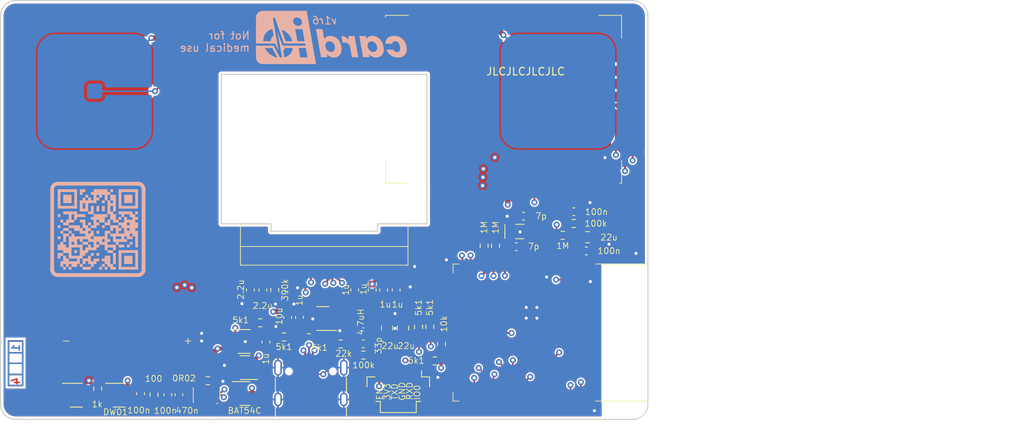
<source format=kicad_pcb>
(kicad_pcb (version 20221018) (generator pcbnew)
  (layers (0 "F.Cu" signal) (1 "In1.Cu" signal) (2 "In2.Cu" signal) (31 "B.Cu" signal) (34 "B.Paste" user) (35 "F.Paste" user) (36 "B.SilkS" user "B.Silkscreen") (37 "F.SilkS" user "F.Silkscreen") (38 "B.Mask" user) (39 "F.Mask" user) (44 "Edge.Cuts" user))
  (net 0 "")
  (net 1 "Net-(M1-ECG_L)")
  (net 2 "Net-(M1-ECG_R)")
  (net 3 "+BATT")
  (net 4 "+5V")
  (net 5 "+3V3")
  (net 6 "Net-(U3-FB)")
  (net 7 "/USB_D-")
  (net 8 "/USB_D+")
  (net 9 "Net-(BT1--)")
  (net 11 "GND")
  (net 12 "Net-(U1-C2P)")
  (net 13 "Net-(U1-C2N)")
  (net 14 "Net-(U1-C1P)")
  (net 15 "Net-(U1-C1N)")
  (net 17 "Net-(U3-SW)")
  (net 18 "GNDA")
  (net 19 "Net-(M1-MOSI)")
  (net 20 "Net-(M1-SCLK)")
  (net 22 "Net-(U1-IREF)")
  (net 23 "Net-(U1-VCOMH)")
  (net 24 "Net-(U1-VCC)")
  (net 25 "Net-(M1-MISO)")
  (net 26 "Net-(M1-~{DRDY})")
  (net 27 "/~{TOUCH}")
  (net 28 "/~{DISPLAY_CS}")
  (net 29 "Net-(U5-VCC)")
  (net 30 "/DISPLAY_D{slash}~{C}")
  (net 31 "/DISPLAY_SCK")
  (net 32 "Net-(U4-PROG)")
  (net 33 "/ECG_EN")
  (net 34 "/CHG_STAT")
  (net 35 "/VBUS_DETECT")
  (net 36 "Earth")
  (net 37 "Net-(U7-REG)")
  (net 38 "/BATT_SCL")
  (net 39 "/DISPLAY_MOSI")
  (net 40 "/EN")
  (net 41 "Net-(U2-IO15)")
  (net 42 "Net-(U2-IO16)")
  (net 43 "/ECG_CLK_EN")
  (net 44 "Net-(U5-VM)")
  (net 45 "Net-(U5-OD)")
  (net 46 "Net-(U5-OC)")
  (net 48 "Net-(U6-D-Pad2)")
  (net 49 "Net-(M1-RLD_OUT)")
  (net 50 "/BATT_SDA")
  (net 53 "VDD")
  (net 54 "Net-(J1-CC1)")
  (net 56 "Net-(J1-CC2)")
  (net 59 "/ECG_CS")
  (net 60 "/DISPLAY_RESET")
  (net 61 "Net-(J2-Pin_2)")
  (net 62 "Net-(J2-Pin_4)")
  (footprint "Resistor_SMD:R_0603_1608Metric" (layer "F.Cu") (at 114.1 87.3125 180)
    (fp_text reference "R14" hide)
    (fp_text value "5k1")
  )
  (footprint "Package_TO_SOT_SMD:SOT-23-6" (layer "F.Cu") (at 89.935 96.823125)
    (fp_text reference "U6" hide)
    (fp_text value "8205A" hide)
  )
  (footprint "Capacitor_SMD:C_0805_2012Metric" (layer "F.Cu") (at 157.075 76.075)
    (fp_text reference "C7" hide)
    (fp_text value "22u")
  )
  (footprint "Resistor_SMD:R_0603_1608Metric" (layer "F.Cu") (at 100.14 96.7575 -90)
    (fp_text reference "R6" hide)
    (fp_text value "100")
  )
  (footprint "Capacitor_SMD:C_0603_1608Metric" (layer "F.Cu") (at 103.41 96.76 -90)
    (fp_text reference "C22" hide)
    (fp_text value "470n")
  )
  (footprint "Resistor_SMD:R_0603_1608Metric" (layer "F.Cu") (at 155.275 74.275 180)
    (fp_text reference "R2" hide)
    (fp_text value "100k")
  )
  (footprint "Package_TO_SOT_SMD:SOT-23-5" (layer "F.Cu") (at 122.3125 86.75 180)
    (fp_text reference "U3" hide)
    (fp_text value "TLV62568PDRLT" hide)
  )
  (footprint "Resistor_SMD:R_0603_1608Metric" (layer "F.Cu") (at 124.65 90.1 180)
    (fp_text reference "R8" hide)
    (fp_text value "22k")
  )
  (footprint "Resistor_SMD:R_0603_1608Metric" (layer "F.Cu") (at 127.6375 91.555)
    (fp_text reference "R7" hide)
    (fp_text value "100k")
  )
  (footprint "Capacitor_SMD:C_0603_1608Metric" (layer "F.Cu") (at 98.385 96.623125 90)
    (fp_text reference "C14" hide)
    (fp_text value "100n")
  )
  (footprint "Capacitor_SMD:C_0603_1608Metric" (layer "F.Cu") (at 101.95 96.76 -90)
    (fp_text reference "C21" hide)
    (fp_text value "100n")
  )
  (footprint "Capacitor_SMD:C_0603_1608Metric" (layer "F.Cu") (at 156.925 77.875)
    (fp_text reference "C8" hide)
    (fp_text value "100n")
  )
  (footprint "Capacitor_SMD:C_0603_1608Metric" (layer "F.Cu") (at 130.3 83 -90)
    (fp_text reference "C2" hide)
    (fp_text value "1u")
  )
  (footprint "Capacitor_SMD:C_0603_1608Metric" (layer "F.Cu") (at 127.6375 90.08 180)
    (fp_text reference "C17" hide)
    (fp_text value "33p")
  )
  (footprint "Resistor_SMD:R_0603_1608Metric" (layer "F.Cu") (at 134.8875 87.85 -90)
    (fp_text reference "R9" hide)
    (fp_text value "5k1")
  )
  (footprint "main_board_parts:ESP32-S2-SOLO" (layer "F.Cu") (at 139.425 79.6 -90)
    (fp_text reference "U2" hide)
    (fp_text value "ESP32-S2-SOLO" hide)
  )
  (footprint "main_board_parts:SSD1306" (layer "F.Cu") (at 122.5 79.35)
    (fp_text reference "U1" hide)
    (fp_text value "SSD1306" hide)
  )
  (footprint "Resistor_SMD:R_0603_1608Metric" (layer "F.Cu") (at 145 77.2 -90)
    (fp_text reference "R5" hide)
    (fp_text value "1M")
  )
  (footprint "Capacitor_SMD:C_0603_1608Metric" (layer "F.Cu") (at 147.725 77.325 180)
    (fp_text reference "C13" hide)
    (fp_text value "7p")
  )
  (footprint "Capacitor_SMD:C_0603_1608Metric" (layer "F.Cu") (at 119.25 86.6 -90)
    (fp_text reference "C15" hide)
    (fp_text value "1u")
  )
  (footprint "Capacitor_SMD:C_0603_1608Metric" (layer "F.Cu") (at 117.7 86.6 -90)
    (fp_text reference "C16" hide)
    (fp_text value "10u")
  )
  (footprint "Capacitor_SMD:C_0603_1608Metric" (layer "F.Cu") (at 131.95 83 -90)
    (fp_text reference "C1" hide)
    (fp_text value "1u")
  )
  (footprint "main_board_parts:MAX17055" (layer "F.Cu") (at 107.05282 96.806875 90)
    (fp_text reference "U7" hide)
    (fp_text value "MAX17055" hide)
  )
  (footprint "Connector_Molex:Molex_Pico-Clasp_501331-0607_1x06-1MP_P1.00mm_Vertical" (layer "F.Cu") (at 132.225 95.675 180)
    (fp_text reference "J2" hide)
    (fp_text value "Conn_01x06_Pin" hide)
  )
  (footprint "Capacitor_SMD:C_0603_1608Metric" (layer "F.Cu") (at 128.8 83 90)
    (fp_text reference "C3" hide)
    (fp_text value "1u")
  )
  (footprint "Capacitor_SMD:C_0603_1608Metric" (layer "F.Cu") (at 155.275 72.725)
    (fp_text reference "C9" hide)
    (fp_text value "100n")
  )
  (footprint "main_board_parts:Battery_transplant" (layer "F.Cu") (at 96.8 47.2 180)
    (fp_text reference "BT1" hide)
    (fp_text value "Battery_Cell" hide)
  )
  (footprint "Capacitor_SMD:C_0603_1608Metric" (layer "F.Cu") (at 112.8 83 90)
    (fp_text reference "C6" hide)
    (fp_text value "2.2u")
  )
  (footprint "Resistor_SMD:R_0603_1608Metric" (layer "F.Cu") (at 117.225 89.175)
    (fp_text reference "R19" hide)
    (fp_text value "5k1")
  )
  (footprint "NetTie:NetTie-2_SMD_Pad2.0mm" (layer "F.Cu") (at 104.2 86.2 90)
    (fp_text reference "NT1" hide)
    (fp_text value "NetTie_2" hide)
  )
  (footprint "Package_TO_SOT_SMD:SOT-23-5" (layer "F.Cu") (at 111.975 89.7625)
    (fp_text reference "U4" hide)
    (fp_text value "MCP73832" hide)
  )
  (footprint "Capacitor_SMD:C_0603_1608Metric" (layer "F.Cu") (at 126.5 83 90)
    (fp_text reference "C4" hide)
    (fp_text value "1u")
  )
  (footprint "Resistor_SMD:R_0603_1608Metric" (layer "F.Cu") (at 116 83 -90)
    (fp_text reference "R1" hide)
    (fp_text value "390k")
  )
  (footprint "Crystal:Crystal_SMD_MicroCrystal_CC7V-T1A-2Pin_3.2x1.5mm" (layer "F.Cu") (at 148.175 75.325)
    (fp_text reference "Y1" hide)
    (fp_text value "SC32S-7PF20PPM" hide)
  )
  (footprint "Capacitor_SMD:C_0603_1608Metric" (layer "F.Cu") (at 114.45 83 90)
    (fp_text reference "C5" hide)
    (fp_text value "2.2u")
  )
  (footprint "main_board_parts:TYA40124R7M-10" (layer "F.Cu") (at 127.25 87.1 -90)
    (fp_text reference "L1" hide)
    (fp_text value "4.7uH")
  )
  (footprint "Resistor_SMD:R_0603_1608Metric" (layer "F.Cu") (at 137.025 92.325)
    (fp_text reference "R12" hide)
    (fp_text value "5k1")
  )
  (footprint "Resistor_SMD:R_0603_1608Metric" (layer "F.Cu") (at 120.475 89.275)
    (fp_text reference "R20" hide)
    (fp_text value "5k1")
  )
  (footprint "Resistor_SMD:R_0603_1608Metric" (layer "F.Cu") (at 136.3625 87.85 -90)
    (fp_text reference "R11" hide)
    (fp_text value "5k1")
  )
  (footprint "Package_TO_SOT_SMD:SOT-23" (layer "F.Cu") (at 112.1 93.2 180)
    (fp_text reference "Q3" hide)
    (fp_text value "NX3008PBK,215" hide)
  )
  (footprint "Capacitor_SMD:C_0603_1608Metric" (layer "F.Cu") (at 114.85 89.8375 90)
    (fp_text reference "C19" hide)
    (fp_text value "1u")
  )
  (footprint "Resistor_SMD:R_0603_1608Metric" (layer "F.Cu") (at 92.76 95.9475 90)
    (fp_text reference "R15" hide)
    (fp_text value "1k")
  )
  (footprint "Resistor_SMD:R_0603_1608Metric" (layer "F.Cu") (at 143.5 77.2 90)
    (fp_text reference "R4" hide)
    (fp_text value "1M")
  )
  (footprint "Capacitor_SMD:C_0805_2012Metric" (layer "F.Cu") (at 130.76 88 -90)
    (fp_text reference "C20" hide)
    (fp_text value "22u")
  )
  (footprint "main_board_parts:ECG-module_1lead" (layer "F.Cu") (at 130.8 68.7375)
    (fp_text reference "M1" hide)
    (fp_text value "~" hide)
  )
  (footprint "Resistor_SMD:R_0603_1608Metric" (layer "F.Cu") (at 153.825 75.825 180)
    (fp_text reference "R3" hide)
    (fp_text value "1M")
  )
  (footprint "Resistor_SMD:R_0603_1608Metric" (layer "F.Cu") (at 107.23 94.93 180)
    (fp_text reference "R18" hide)
    (fp_text value "0R02")
  )
  (footprint "Capacitor_SMD:C_0603_1608Metric" (layer "F.Cu") (at 148.675 73.325)
    (fp_text reference "C12" hide)
    (fp_text value "7p")
  )
  (footprint "Capacitor_SMD:C_0805_2012Metric" (layer "F.Cu") (at 132.85 88 -90)
    (fp_text reference "C18" hide)
    (fp_text value "22u")
  )
  (footprint "Resistor_SMD:R_0603_1608Metric" (layer "F.Cu") (at 137.9 90.1 90)
    (fp_text reference "R13" hide)
    (fp_text value "10k")
  )
  (footprint "Connector_USB:USB_C_Receptacle_GCT_USB4105-xx-A_16P_TopMnt_Horizontal" (layer "F.Cu") (at 120.75 96.305)
    (fp_text reference "J1" hide)
    (fp_text value "USB4105-GF-A-060")
  )
  (footprint "Package_TO_SOT_SMD:SOT-23-6" (layer "F.Cu") (at 95.585 96.823125)
    (fp_text reference "U5" hide)
    (fp_text value "DW01" hide)
  )
  (footprint "Package_TO_SOT_SMD:SOT-23" (layer "F.Cu") (at 112.1 96.6)
    (fp_text reference "D1" hide)
    (fp_text value "BAT54C")
  )
  (footprint "main_board_parts:logo" (layer "B.Cu") (at 121.52 50.82 180)
    (fp_text reference "G1" hide)
    (fp_text value "~" hide)
  )
  (footprint "main_board_parts:Electrode" (layer "B.Cu") (at 153.2 56.9 180)
    (fp_text reference "E1" hide)
    (fp_text value "~" hide)
  )
  (footprint "main_board_parts:SplitElectrode" (layer "B.Cu") (at 92.35 56.9)
    (fp_text reference "E2" hide)
    (fp_text value "~" hide)
  )
  (footprint "main_board_parts:website-qr" (layer "B.Cu") (at 92.775 75.05 180)
    (fp_text reference "QR1" hide)
    (fp_text value "SYM_Magnet_Large" hide)
  )
  (gr_line (start 82.9 91.25) (end 81.05 91.25) (stroke (width 0.2)) (layer "F.Cu"))
  (gr_rect (start 81.05 89.7) (end 82.9 95.55) (stroke (width 0.2)) (fill none) (layer "F.Cu"))
  (gr_line (start 82.9 94.1) (end 81.05 94.1) (stroke (width 0.2)) (layer "F.Cu"))
  (gr_line (start 82.9 92.625) (end 81.05 92.625) (stroke (width 0.2)) (layer "F.Cu"))
  (gr_line (start 82.9 92.625) (end 81.05 92.625) (stroke (width 0.2)) (layer "B.Cu"))
  (gr_line (start 82.9 94.1) (end 81.05 94.1) (stroke (width 0.2)) (layer "B.Cu"))
  (gr_rect (start 81.05 89.7) (end 82.9 95.55) (stroke (width 0.2)) (fill none) (layer "B.Cu"))
  (gr_line (start 82.9 91.25) (end 81.05 91.25) (stroke (width 0.2)) (layer "B.Cu"))
  (gr_arc locked (start 80 47) (mid 80.585786 45.585786) (end 82 45) (stroke (width 0.15)) (layer "Edge.Cuts"))
  (gr_arc locked (start 165 98) (mid 164.414214 99.414214) (end 163 100) (stroke (width 0.15)) (layer "Edge.Cuts"))
  (gr_line locked (start 129.5 74.3) (end 136 74.3) (stroke (width 0.15)) (layer "Edge.Cuts"))
  (gr_line locked (start 82 100) (end 163 100) (stroke (width 0.15)) (layer "Edge.Cuts"))
  (gr_line locked (start 82 45) (end 163 45) (stroke (width 0.15)) (layer "Edge.Cuts"))
  (gr_line locked (start 80 98) (end 80 47) (stroke (width 0.15)) (layer "Edge.Cuts"))
  (gr_line locked (start 136 54.7) (end 136 74.3) (stroke (width 0.15)) (layer "Edge.Cuts"))
  (gr_arc locked (start 163 45) (mid 164.414214 45.585786) (end 165 47) (stroke (width 0.15)) (layer "Edge.Cuts"))
  (gr_line locked (start 115.5 74.3) (end 115.5 75.3) (stroke (width 0.15)) (layer "Edge.Cuts"))
  (gr_line locked (start 115.5 74.3) (end 109 74.3) (stroke (width 0.15)) (layer "Edge.Cuts"))
  (gr_line locked (start 109 54.7) (end 109 74.3) (stroke (width 0.15)) (layer "Edge.Cuts"))
  (gr_line locked (start 109 54.7) (end 136 54.7) (stroke (width 0.15)) (layer "Edge.Cuts"))
  (gr_line locked (start 129.5 75.3) (end 129.5 74.3) (stroke (width 0.15)) (layer "Edge.Cuts"))
  (gr_arc locked (start 82 100) (mid 80.585786 99.414214) (end 80 98) (stroke (width 0.15)) (layer "Edge.Cuts"))
  (gr_line locked (start 165 47) (end 165 98) (stroke (width 0.15)) (layer "Edge.Cuts"))
  (gr_line locked (start 115.5 75.3) (end 129.5 75.3) (stroke (width 0.15)) (layer "Edge.Cuts"))
  (gr_text "4" (at 82.6 94.35 90) (layer "F.Cu") (effects (font (size 1 1) (thickness 0.2) bold) (justify left bottom mirror)))
  (gr_text "1" (at 82.6 90 90) (layer "B.Cu") (effects (font (size 1 1) (thickness 0.2) bold) (justify left bottom mirror)))
  (gr_text "Not for\nmedical use" (at 112.82 51.79) (layer "B.SilkS") (effects (font (size 1 1)) (justify left bottom mirror)))
  (gr_text "v1r6" (at 124.33 48.2) (layer "B.SilkS") (effects (font (size 1 1) (thickness 0.15) italic) (justify left bottom mirror)))
  (gr_text "3V3" (at 131.235 97.525 90) (layer "F.SilkS") (effects (font (size 0.8 0.8) (thickness 0.1)) (justify left bottom)))
  (gr_text "RXD" (at 134.19 97.525 90) (layer "F.SilkS") (effects (font (size 0.8 0.8) (thickness 0.1)) (justify left bottom)))
  (gr_text "EN" (at 130.25 97.525 90) (layer "F.SilkS") (effects (font (size 0.8 0.8) (thickness 0.1)) (justify left bottom)))
  (gr_text "JLCJLCJLCJLC" (at 143.7 54.9) (layer "F.SilkS") (effects (font (size 1 1)) (justify left bottom)))
  (gr_text "TXD" (at 132.22 97.525 90) (layer "F.SilkS") (effects (font (size 0.8 0.8) (thickness 0.1)) (justify left bottom)))
  (gr_text "DW01" (at 93.4 99.5) (layer "F.SilkS") (effects (font (size 0.8 0.8) (thickness 0.1)) (justify left bottom)))
  (gr_text "GND" (at 133.2 97.6 90) (layer "F.SilkS") (effects (font (size 0.8 0.8) (thickness 0.1)) (justify left bottom)))
  (gr_text "IO0" (at 135.175 97.525 90) (layer "F.SilkS") (effects (font (size 0.8 0.8) (thickness 0.1)) (justify left bottom)))
  (segment (start 144.7125 48.2125) (end 131.025 48.2125) (width 0.7) (layer "F.Cu") (net 1))
  (segment (start 146.025 49.525) (end 144.7125 48.2125) (width 0.7) (layer "F.Cu") (net 1))
  (via (at 146.025 49.525) (size 0.8) (drill 0.4) (layers "F.Cu" "B.Cu") (net 1))
  (segment (start 146.025 49.525) (end 149.8 53.3) (width 0.25) (layer "B.Cu") (net 1))
  (segment (start 99.8 49.9125) (end 130.975 49.9125) (width 0.7) (layer "F.Cu") (net 2))
  (via (at 99.8 49.9125) (size 0.8) (drill 0.4) (layers "F.Cu" "B.Cu") (net 2))
  (segment (start 99.8 49.9125) (end 96.4125 53.3) (width 0.25) (layer "B.Cu") (net 2))
  (segment (start 101.97 95.965) (end 101.97 92.994432) (width 0.5) (layer "F.Cu") (net 3))
  (segment (start 100.2 95.845) (end 101.8975 95.845) (width 0.5) (layer "F.Cu") (net 3))
  (segment (start 110.9375 90.7125) (end 111.1125 90.8875) (width 0.5) (layer "F.Cu") (net 3))
  (segment (start 108.5 90.7) (end 110.8125 90.7) (width 0.5) (layer "F.Cu") (net 3))
  (segment (start 146.6 71.8) (end 146.6 69.1625) (width 0.7) (layer "F.Cu") (net 3))
  (segment (start 101.97 95.8975) (end 102.8575 96.785) (width 0.2) (layer "F.Cu") (net 3))
  (segment (start 102.8575 96.785) (end 104.11 96.785) (width 0.2) (layer "F.Cu") (net 3))
  (segment (start 111.1125 90.8875) (end 111.1125 93.2) (width 0.5) (layer "F.Cu") (net 3))
  (segment (start 108.5 90.7) (end 107.4875 91.7125) (width 0.7) (layer "F.Cu") (net 3))
  (segment (start 104.931875 97.606875) (end 105.82782 97.606875) (width 0.2) (layer "F.Cu") (net 3))
  (segment (start 129.15 79.35) (end 129.15 81.875) (width 0.4) (layer "F.Cu") (net 3))
  (segment (start 129.15 81.875) (end 128.8 82.225) (width 0.4) (layer "F.Cu") (net 3))
  (segment (start 111.1125 93.2) (end 111.1125 95.6) (width 0.5) (layer "F.Cu") (net 3))
  (segment (start 104.11 96.785) (end 104.931875 97.606875) (width 0.2) (layer "F.Cu") (net 3))
  (via (at 146.6 71.8) (size 0.8) (drill 0.4) (layers "F.Cu" "B.Cu") (net 3))
  (via (at 108.5 90.7) (size 0.8) (drill 0.4) (layers "F.Cu" "B.Cu") (net 3))
  (via (at 128.8 82.225) (size 0.8) (drill 0.4) (layers "F.Cu" "B.Cu") (net 3))
  (segment (start 118.35 91.719239) (end 118.35 92.625) (width 0.5) (layer "F.Cu") (net 4))
  (segment (start 117.856881 91.226119) (end 118.35 91.719239) (width 0.5) (layer "F.Cu") (net 4))
  (segment (start 114.35 94.85) (end 113.65 94.15) (width 0.5) (layer "F.Cu") (net 4))
  (segment (start 118.35 93.3) (end 119.125 94.075) (width 0.2) (layer "F.Cu") (net 4))
  (segment (start 114.76 90.6125) (end 114.76 92.84) (width 0.5) (layer "F.Cu") (net 4))
  (segment (start 119.125 94.075) (end 122.375 94.075) (width 0.2) (layer "F.Cu") (net 4))
  (segment (start 114.35 96.873528) (end 114.35 94.85) (width 0.5) (layer "F.Cu") (net 4))
  (segment (start 117.243262 90.6125) (end 117.856881 91.226119) (width 0.7) (layer "F.Cu") (net 4))
  (segment (start 133.15 92.25) (end 136.125 92.25) (width 0.25) (layer "F.Cu") (net 4))
  (segment (start 123.15 93.3) (end 123.15 92.625) (width 0.2) (layer "F.Cu") (net 4))
  (segment (start 118.35 92.625) (end 118.35 93.3) (width 0.2) (layer "F.Cu") (net 4))
  (segment (start 122.375 94.075) (end 123.15 93.3) (width 0.2) (layer "F.Cu") (net 4))
  (segment (start 113.45 94.15) (end 114.76 92.84) (width 0.5) (layer "F.Cu") (net 4))
  (segment (start 114.76 90.6125) (end 117.243262 90.6125) (width 0.7) (layer "F.Cu") (net 4))
  (segment (start 113.65 94.15) (end 113.0375 94.15) (width 0.5) (layer "F.Cu") (net 4))
  (segment (start 113.673528 97.55) (end 114.35 96.873528) (width 0.5) (layer "F.Cu") (net 4))
  (segment (start 113.2 90.7) (end 114.85 90.7) (width 0.5) (layer "F.Cu") (net 4))
  (segment (start 111.1625 97.55) (end 113.673528 97.55) (width 0.5) (layer "F.Cu") (net 4))
  (via (at 133.15 92.25) (size 0.8) (drill 0.4) (layers "F.Cu" "B.Cu") (net 4))
  (via (at 122.375 94.075) (size 0.8) (drill 0.4) (layers "F.Cu" "B.Cu") (net 4))
  (segment (start 139.225 77.2) (end 137.285 79.14) (width 0.25) (layer "F.Cu") (net 5))
  (segment (start 127.05 79.35) (end 127.05 81.775) (width 0.25) (layer "F.Cu") (net 5))
  (segment (start 130.725 93.8175) (end 128.4625 91.555) (width 0.25) (layer "F.Cu") (net 5))
  (segment (start 127.425 83.05) (end 127.425 84.725) (width 0.5) (layer "F.Cu") (net 5))
  (segment (start 160.2 71.25) (end 157.175 74.275) (width 0.7) (layer "F.Cu") (net 5))
  (segment (start 128.5 91.545) (end 128.5 90.08) (width 0.25) (layer "F.Cu") (net 5))
  (segment (start 134.8875 87.025) (end 136.3625 87.025) (width 0.25) (layer "F.Cu") (net 5))
  (segment (start 127.425 84.725) (end 128.7 86) (width 0.5) (layer "F.Cu") (net 5))
  (segment (start 160.2 69.1125) (end 160.2 71.25) (width 0.7) (layer "F.Cu") (net 5))
  (segment (start 139.225 77.2) (end 144.125 77.2) (width 0.25) (layer "F.Cu") (net 5))
  (segment (start 127.05 81.775) (end 126.6 82.225) (width 0.25) (layer "F.Cu") (net 5))
  (segment (start 134.925 87.05) (end 132.85 87.05) (width 0.25) (layer "F.Cu") (net 5))
  (segment (start 137.285 79.14) (end 137.285 81.615) (width 0.25) (layer "F.Cu") (net 5))
  (segment (start 154.65 75.825) (end 155.875 75.825) (width 0.25) (layer "F.Cu") (net 5))
  (segment (start 137.285 81.615) (end 139.675 81.615) (width 0.7) (layer "F.Cu") (net 5))
  (segment (start 132.85 87.05) (end 132.85 86.05) (width 0.7) (layer "F.Cu") (net 5))
  (segment (start 156.125 81.65) (end 156.125 74.7) (width 0.7) (layer "F.Cu") (net 5))
  (segment (start 157.175 74.275) (end 156.1 74.275) (width 0.7) (layer "F.Cu") (net 5))
  (segment (start 155.125 82.65) (end 156.125 81.65) (width 0.7) (layer "F.Cu") (net 5))
  (segment (start 142.175 82.65) (end 155.125 82.65) (width 0.7) (layer "F.Cu") (net 5))
  (segment (start 141.14 81.615) (end 142.175 82.65) (width 0.7) (layer "F.Cu") (net 5))
  (segment (start 128.23 88.87) (end 128.7 88.4) (width 0.25) (layer "F.Cu") (net 5))
  (segment (start 132.85 86.05) (end 137.285 81.615) (width 0.7) (layer "F.Cu") (net 5))
  (segment (start 126.6 82.225) (end 127.425 83.05) (width 0.5) (layer "F.Cu") (net 5))
  (segment (start 139.675 81.615) (end 141.14 81.615) (width 0.7) (layer "F.Cu") (net 5))
  (segment (start 132.85 87.05) (end 130.7 87.05) (width 0.7) (layer "F.Cu") (net 5))
  (segment (start 144.125 77.2) (end 145 76.325) (width 0.25) (layer "F.Cu") (net 5))
  (segment (start 128.23 90.08) (end 128.23 88.87) (width 0.25) (layer "F.Cu") (net 5))
  (segment (start 124.05 88.875) (end 125.255 90.08) (width 0.2) (layer "F.Cu") (net 6))
  (segment (start 121.5 87.7) (end 122.675 88.875) (width 0.2) (layer "F.Cu") (net 6))
  (segment (start 122.675 88.875) (end 124.05 88.875) (width 0.2) (layer "F.Cu") (net 6))
  (segment (start 125.255 90.08) (end 126.8625 90.08) (width 0.2) (layer "F.Cu") (net 6))
  (segment (start 126.7675 90.0875) (end 126.7675 91.4525) (width 0.25) (layer "F.Cu") (net 6))
  (segment (start 121 91.1745) (end 121 92.625) (width 0.25) (layer "F.Cu") (net 7))
  (segment (start 120 91.1495) (end 120 92.625) (width 0.25) (layer "F.Cu") (net 7))
  (segment (start 119.7755 90.925) (end 120 91.1495) (width 0.25) (layer "F.Cu") (net 7))
  (segment (start 141.722 78.45) (end 141.722 79.030849) (width 0.25) (layer "F.Cu") (net 7))
  (segment (start 141.722 79.030849) (end 142.195 79.503849) (width 0.25) (layer "F.Cu") (net 7))
  (segment (start 121.2245 90.95) (end 121 91.1745) (width 0.25) (layer "F.Cu") (net 7))
  (via (at 141.722 78.45) (size 0.8) (drill 0.4) (layers "F.Cu" "B.Cu") (net 7))
  (via (at 119.7755 90.925) (size 0.8) (drill 0.4) (layers "F.Cu" "B.Cu") (net 7))
  (via (at 121.2245 90.95) (size 0.8) (drill 0.4) (layers "F.Cu" "B.Cu") (net 7))
  (segment (start 140.625 78.5215) (end 140.625 79.325) (width 0.25) (layer "F.Cu") (net 8))
  (segment (start 120.5 93.35) (end 120.8 93.65) (width 0.25) (layer "F.Cu") (net 8))
  (segment (start 121.5 93.5) (end 121.5 92.625) (width 0.25) (layer "F.Cu") (net 8))
  (segment (start 120.5 90.237376) (end 120.5 92.625) (width 0.25) (layer "F.Cu") (net 8))
  (segment (start 121.35 93.65) (end 121.5 93.5) (width 0.25) (layer "F.Cu") (net 8))
  (segment (start 120.8 93.65) (end 121.35 93.65) (width 0.25) (layer "F.Cu") (net 8))
  (segment (start 120.5 92.625) (end 120.5 93.35) (width 0.25) (layer "F.Cu") (net 8))
  (segment (start 120.511876 90.2255) (end 120.5 90.237376) (width 0.25) (layer "F.Cu") (net 8))
  (segment (start 140.579 78.4755) (end 140.625 78.5215) (width 0.25) (layer "F.Cu") (net 8))
  (via (at 120.511876 90.2255) (size 0.8) (drill 0.4) (layers "F.Cu" "B.Cu") (net 8))
  (via (at 140.579 78.4755) (size 0.8) (drill 0.4) (layers "F.Cu" "B.Cu") (net 8))
  (segment (start 96.686875 94.9) (end 96.686875 95.775) (width 0.5) (layer "F.Cu") (net 9))
  (segment (start 96.686875 95.775) (end 96.76 95.848125) (width 0.5) (layer "F.Cu") (net 9))
  (segment (start 96.7225 95.873125) (end 98.36 95.873125) (width 0.25) (layer "F.Cu") (net 9))
  (via (at 96.686875 94.9) (size 0.8) (drill 0.4) (layers "F.Cu" "B.Cu") (net 9))
  (via (at 91.6 94.9) (size 0.8) (drill 0.4) (layers "F.Cu" "B.Cu") (net 9))
  (segment (start 122.3375 85.4375) (end 122.3375 86.202031) (width 0.5) (layer "F.Cu") (net 11))
  (segment (start 137.9 89.275) (end 139.635 89.275) (width 0.25) (layer "F.Cu") (net 11))
  (segment (start 108.055 95.984055) (end 108.07782 96.006875) (width 0.2) (layer "F.Cu") (net 11))
  (segment (start 122.3375 86.202031) (end 122.885469 86.75) (width 0.5) (layer "F.Cu") (net 11))
  (segment (start 124.550498 88.350498) (end 124.6 88.300996) (width 0.5) (layer "F.Cu") (net 11))
  (segment (start 118.515052 84.8505) (end 121.7505 84.8505) (width 0.5) (layer "F.Cu") (net 11))
  (segment (start 124.6 88.300996) (end 124.6 87.2) (width 0.5) (layer "F.Cu") (net 11))
  (segment (start 122.885469 86.75) (end 123.45 86.75) (width 0.5) (layer "F.Cu") (net 11))
  (segment (start 124.15 86.75) (end 123.45 86.75) (width 0.5) (layer "F.Cu") (net 11))
  (segment (start 124.6 87.2) (end 124.15 86.75) (width 0.5) (layer "F.Cu") (net 11))
  (segment (start 121.7505 84.8505) (end 122.3375 85.4375) (width 0.5) (layer "F.Cu") (net 11))
  (segment (start 108.055 95.084055) (end 108.055 95.984055) (width 0.2) (layer "F.Cu") (net 11))
  (via (at 112.1375 89.7875) (size 0.8) (drill 0.4) (layers "F.Cu" "B.Cu") (net 11))
  (via (at 134.375 79.925) (size 0.8) (drill 0.4) (layers "F.Cu" "B.Cu") (net 11))
  (via (at 159.375 65.625) (size 0.8) (drill 0.4) (layers "F.Cu" "B.Cu") (net 11))
  (via (at 149.025 85.3) (size 0.8) (drill 0.4) (layers "F.Cu" "B.Cu") (net 11))
  (via (at 159.9 77) (size 0.8) (drill 0.4) (layers "F.Cu" "B.Cu") (net 11))
  (via (at 124.550498 88.350498) (size 0.8) (drill 0.4) (layers "F.Cu" "B.Cu") (net 11))
  (via (at 119 82.725) (size 0.8) (drill 0.4) (layers "F.Cu" "B.Cu") (net 11))
  (via (at 121 86.7995) (size 0.8) (drill 0.4) (layers "F.Cu" "B.Cu") (net 11))
  (via (at 116.15 87.8) (size 0.8) (drill 0.4) (layers "F.Cu" "B.Cu") (net 11))
  (via (at 146.525 73.325) (size 0.8) (drill 0.4) (layers "F.Cu" "B.Cu") (net 11))
  (via (at 150.425 85.3) (size 0.8) (drill 0.4) (layers "F.Cu" "B.Cu") (net 11))
  (via (at 106.4 89.7) (size 0.8) (drill 0.4) (layers "F.Cu" "B.Cu") (net 11))
  (via (at 109.4 92.9) (size 0.8) (drill 0.4) (layers "F.Cu" "B.Cu") (net 11))
  (via (at 157.45 81.9) (size 0.8) (drill 0.4) (layers "F.Cu" "B.Cu") (net 11))
  (via (at 111.7 84.8) (size 0.8) (drill 0.4) (layers "F.Cu" "B.Cu") (net 11))
  (via (at 118.515052 84.8505) (size 0.8) (drill 0.4) (layers "F.Cu" "B.Cu") (net 11))
  (via (at 157.4 71.525) (size 0.8) (drill 0.4) (layers "F.Cu" "B.Cu") (net 11))
  (via (at 149.025 86.7) (size 0.8) (drill 0.4) (layers "F.Cu" "B.Cu") (net 11))
  (via (at 106.4 88.7) (size 0.8) (drill 0.4) (layers "F.Cu" "B.Cu") (net 11))
  (via (at 133.8 82.6) (size 0.8) (drill 0.4) (layers "F.Cu" "B.Cu") (net 11))
  (via (at 150.425 86.7) (size 0.8) (drill 0.4) (layers "F.Cu" "B.Cu") (net 11))
  (via (at 131.8 88.05) (size 0.8) (drill 0.4) (layers "F.Cu" "B.Cu") (net 11))
  (via (at 138.55 79.05) (size 0.8) (drill 0.4) (layers "F.Cu" "B.Cu") (net 11))
  (via (at 151.7 81.3005) (size 0.8) (drill 0.4) (layers "F.Cu" "B.Cu") (net 11))
  (via (at 109.2 95) (size 0.8) (drill 0.4) (layers "F.Cu" "B.Cu") (net 11))
  (via (at 148.225 75.375) (size 0.8) (drill 0.4) (layers "F.Cu" "B.Cu") (net 11))
  (via (at 116.1 84.8505) (size 0.8) (drill 0.4) (layers "F.Cu" "B.Cu") (net 11))
  (via (at 131.8 86.1) (size 0.8) (drill 0.4) (layers "F.Cu" "B.Cu") (net 11))
  (via (at 137.425 94.475) (size 0.8) (drill 0.4) (layers "F.Cu" "B.Cu") (net 11))
  (via (at 157.978 98.857) (size 0.8) (drill 0.4) (layers "F.Cu" "B.Cu") (net 11))
  (via (at 163.45 78.2) (size 0.8) (drill 0.4) (layers "F.Cu" "B.Cu") (net 11))
  (segment (start 132.427817 81.45) (end 132.75 81.772183) (width 0.25) (layer "F.Cu") (net 12))
  (segment (start 131.95 81.075) (end 132.325 81.45) (width 0.25) (layer "F.Cu") (net 12))
  (segment (start 132.325 81.45) (end 132.427817 81.45) (width 0.25) (layer "F.Cu") (net 12))
  (segment (start 132.75 82.825) (end 131.8 83.775) (width 0.25) (layer "F.Cu") (net 12))
  (segment (start 131.95 79.35) (end 131.95 81.075) (width 0.25) (layer "F.Cu") (net 12))
  (segment (start 132.75 81.772183) (end 132.75 82.825) (width 0.25) (layer "F.Cu") (net 12))
  (segment (start 131.25 79.35) (end 131.25 81.1) (width 0.25) (layer "F.Cu") (net 13))
  (segment (start 131.8 81.65) (end 131.8 82.225) (width 0.25) (layer "F.Cu") (net 13))
  (segment (start 131.25 81.1) (end 131.8 81.65) (width 0.25) (layer "F.Cu") (net 13))
  (segment (start 131.1 81.65) (end 130.55 81.1) (width 0.25) (layer "F.Cu") (net 14))
  (segment (start 130.3 83.775) (end 131.1 82.975) (width 0.25) (layer "F.Cu") (net 14))
  (segment (start 131.1 82.975) (end 131.1 81.65) (width 0.25) (layer "F.Cu") (net 14))
  (segment (start 130.55 81.1) (end 130.55 79.35) (width 0.25) (layer "F.Cu") (net 14))
  (segment (start 129.85 79.35) (end 129.85 81.925) (width 0.25) (layer "F.Cu") (net 15))
  (segment (start 129.85 81.925) (end 130.15 82.225) (width 0.25) (layer "F.Cu") (net 15))
  (via (at 104.175 82.35) (size 0.8) (drill 0.4) (layers "F.Cu" "B.Cu") (net 18))
  (via (at 105.1 82.7) (size 0.8) (drill 0.4) (layers "F.Cu" "B.Cu") (net 18))
  (via (at 103.15 82.675) (size 0.8) (drill 0.4) (layers "F.Cu" "B.Cu") (net 18))
  (via (at 143.4 67.1) (size 0.8) (drill 0.4) (layers "F.Cu" "B.Cu") (net 18))
  (via (at 143.35 68.2) (size 0.8) (drill 0.4) (layers "F.Cu" "B.Cu") (net 18))
  (via (at 143.3 69.3) (size 0.8) (drill 0.4) (layers "F.Cu" "B.Cu") (net 18))
  (via (at 144.9 65.6) (size 0.8) (drill 0.4) (layers "F.Cu" "B.Cu") (net 18))
  (segment (start 149.95 77.85) (end 150.575 77.225) (width 0.25) (layer "F.Cu") (net 19))
  (segment (start 149.95 79.715) (end 149.95 77.85) (width 0.25) (layer "F.Cu") (net 19))
  (segment (start 150.575 77.225) (end 150.575 72.725) (width 0.25) (layer "F.Cu") (net 19))
  (segment (start 150.575 72.725) (end 151.675 71.625) (width 0.25) (layer "F.Cu") (net 19))
  (segment (start 151.675 71.625) (end 151.675 69.1375) (width 0.25) (layer "F.Cu") (net 19))
  (segment (start 151.085 73.44) (end 153.4 71.125) (width 0.25) (layer "F.Cu") (net 20))
  (segment (start 151.085 80.35) (end 151.085 73.44) (width 0.25) (layer "F.Cu") (net 20))
  (segment (start 153.4 71.125) (end 153.4 69.1125) (width 0.25) (layer "F.Cu") (net 20))
  (segment (start 115.15 81.325) (end 116 82.175) (width 0.25) (layer "F.Cu") (net 22))
  (segment (start 115.15 79.35) (end 115.15 81.325) (width 0.25) (layer "F.Cu") (net 22))
  (segment (start 114.45 79.35) (end 114.45 82.225) (width 0.25) (layer "F.Cu") (net 23))
  (segment (start 113.75 81.275) (end 112.8 82.225) (width 0.25) (layer "F.Cu") (net 24))
  (segment (start 113.75 79.35) (end 113.75 81.275) (width 0.25) (layer "F.Cu") (net 24))
  (segment (start 152.355 77.705) (end 151.775 77.125) (width 0.25) (layer "F.Cu") (net 25))
  (segment (start 152.355 80.35) (end 152.355 77.705) (width 0.25) (layer "F.Cu") (net 25))
  (segment (start 155.15 70.185787) (end 155.15 68.1375) (width 0.25) (layer "F.Cu") (net 25))
  (segment (start 151.775 73.560787) (end 155.15 70.185787) (width 0.25) (layer "F.Cu") (net 25))
  (segment (start 151.775 77.125) (end 151.775 73.560787) (width 0.25) (layer "F.Cu") (net 25))
  (segment (start 153.625 80.35) (end 153.625 78.067462) (width 0.25) (layer "F.Cu") (net 26))
  (segment (start 152.275 76.717462) (end 152.275 73.697183) (width 0.25) (layer "F.Cu") (net 26))
  (segment (start 155.072183 70.9) (end 155.275 70.9) (width 0.25) (layer "F.Cu") (net 26))
  (segment (start 155.275 70.9) (end 156.85 69.325) (width 0.25) (layer "F.Cu") (net 26))
  (segment (start 153.625 78.067462) (end 152.275 76.717462) (width 0.25) (layer "F.Cu") (net 26))
  (segment (start 152.275 73.697183) (end 155.072183 70.9) (width 0.25) (layer "F.Cu") (net 26))
  (segment (start 156.2 95.1) (end 156.2 97.815) (width 0.25) (layer "F.Cu") (net 27))
  (segment (start 163 66) (end 163 55.418261) (width 0.25) (layer "F.Cu") (net 27))
  (segment (start 163 55.418261) (end 161.819239 54.2375) (width 0.25) (layer "F.Cu") (net 27))
  (via (at 156.2 95.1) (size 0.8) (drill 0.4) (layers "F.Cu" "B.Cu") (net 27))
  (via (at 163 66) (size 0.8) (drill 0.4) (layers "F.Cu" "B.Cu") (net 27))
  (segment (start 124.833372 82.04091) (end 124.25 81.457538) (width 0.25) (layer "F.Cu") (net 28))
  (segment (start 124.25 81.457538) (end 124.25 79.35) (width 0.25) (layer "F.Cu") (net 28))
  (segment (start 124.833372 82.073469) (end 124.833372 82.04091) (width 0.25) (layer "F.Cu") (net 28))
  (segment (start 143.465 80.835) (end 143.465 79.85) (width 0.25) (layer "F.Cu") (net 28))
  (segment (start 143.15 81.15) (end 143.465 80.835) (width 0.25) (layer "F.Cu") (net 28))
  (via (at 143.15 81.15) (size 0.8) (drill 0.4) (layers "F.Cu" "B.Cu") (net 28))
  (via (at 124.833372 82.073469) (size 0.8) (drill 0.4) (layers "F.Cu" "B.Cu") (net 28))
  (segment (start 100.1175 97.5875) (end 98.574375 97.5875) (width 0.25) (layer "F.Cu") (net 29))
  (segment (start 97.123125 96.823125) (end 97.698125 97.398125) (width 0.25) (layer "F.Cu") (net 29))
  (segment (start 97.698125 97.398125) (end 98.385 97.398125) (width 0.25) (layer "F.Cu") (net 29))
  (segment (start 146.005 78.98) (end 146.005 79.85) (width 0.25) (layer "F.Cu") (net 30))
  (segment (start 146.225 81.125) (end 146.225 80.07) (width 0.25) (layer "F.Cu") (net 30))
  (segment (start 145 77.975) (end 146.005 78.98) (width 0.25) (layer "F.Cu") (net 30))
  (segment (start 122.625118 82.184448) (end 122.9 81.909566) (width 0.25) (layer "F.Cu") (net 30))
  (segment (start 122.9 81.909566) (end 122.9 79.4) (width 0.25) (layer "F.Cu") (net 30))
  (via (at 146.225 81.125) (size 0.8) (drill 0.4) (layers "F.Cu" "B.Cu") (net 30))
  (via (at 122.625118 82.184448) (size 0.8) (drill 0.4) (layers "F.Cu" "B.Cu") (net 30))
  (segment (start 120.768245 82) (end 120.75 81.981755) (width 0.25) (layer "F.Cu") (net 31))
  (segment (start 147.275 92.225) (end 147.275 97.35) (width 0.2) (layer "F.Cu") (net 31))
  (segment (start 120.75 81.981755) (end 120.75 79.35) (width 0.25) (layer "F.Cu") (net 31))
  (via (at 120.768245 82) (size 0.8) (drill 0.4) (layers "F.Cu" "B.Cu") (net 31))
  (via (at 147.275 92.225) (size 0.8) (drill 0.4) (layers "F.Cu" "B.Cu") (net 31))
  (segment (start 113.275 87.3125) (end 113.275 88.65) (width 0.5) (layer "F.Cu") (net 32))
  (segment (start 113.275 88.65) (end 113.1125 88.8125) (width 0.5) (layer "F.Cu") (net 32))
  (segment (start 158.675 58.231739) (end 159.055761 58.6125) (width 0.25) (layer "F.Cu") (net 33))
  (segment (start 151.085 93.465) (end 151.085 97.35) (width 0.25) (layer "F.Cu") (net 33))
  (segment (start 159.9375 58.6125) (end 160.8 59.475) (width 0.25) (layer "F.Cu") (net 33))
  (segment (start 153.35 91.2) (end 151.085 93.465) (width 0.25) (layer "F.Cu") (net 33))
  (segment (start 160.8 59.475) (end 160.8 65.275) (width 0.25) (layer "F.Cu") (net 33))
  (segment (start 159.055761 58.6125) (end 159.9375 58.6125) (width 0.25) (layer "F.Cu") (net 33))
  (segment (start 159.780761 55.9375) (end 158.675 57.043261) (width 0.25) (layer "F.Cu") (net 33))
  (segment (start 158.675 57.043261) (end 158.675 58.231739) (width 0.25) (layer "F.Cu") (net 33))
  (via (at 160.8 65.275) (size 0.8) (drill 0.4) (layers "F.Cu" "B.Cu") (net 33))
  (via (at 153.35 91.2) (size 0.8) (drill 0.4) (layers "F.Cu" "B.Cu") (net 33))
  (segment (start 144.85 94.075) (end 144.735 94.19) (width 0.2) (layer "F.Cu") (net 34))
  (segment (start 110.825 87.975) (end 110.825 88.8125) (width 0.25) (layer "F.Cu") (net 34))
  (segment (start 144.735 94.19) (end 144.735 97.35) (width 0.2) (layer "F.Cu") (net 34))
  (via (at 110.825 87.975) (size 0.8) (drill 0.4) (layers "F.Cu" "B.Cu") (net 34))
  (via (at 144.85 94.075) (size 0.8) (drill 0.4) (layers "F.Cu" "B.Cu") (net 34))
  (segment (start 137.9 90.925) (end 137.9 92.275) (width 0.25) (layer "F.Cu") (net 35))
  (segment (start 137.842775 93.226018) (end 137.85 93.218793) (width 0.25) (layer "F.Cu") (net 35))
  (segment (start 154.85 95.5) (end 154.85 97.305) (width 0.2) (layer "F.Cu") (net 35))
  (segment (start 137.85 93.218793) (end 137.85 92.325) (width 0.25) (layer "F.Cu") (net 35))
  (via (at 137.842775 93.226018) (size 0.8) (drill 0.4) (layers "F.Cu" "B.Cu") (net 35))
  (via (at 154.85 95.5) (size 0.8) (drill 0.4) (layers "F.Cu" "B.Cu") (net 35))
  (segment (start 105.82782 95.356875) (end 106.25282 94.931875) (width 0.2) (layer "F.Cu") (net 36))
  (segment (start 105.82782 96.006875) (end 105.82782 95.356875) (width 0.2) (layer "F.Cu") (net 36))
  (segment (start 108.27782 97.206875) (end 107.45282 97.206875) (width 0.2) (layer "F.Cu") (net 36))
  (segment (start 102.0375 97.535) (end 103.3225 97.535) (width 0.5) (layer "F.Cu") (net 36))
  (segment (start 104.1375 95.8975) (end 104.646875 96.406875) (width 0.2) (layer "F.Cu") (net 37))
  (segment (start 103.41 95.8975) (end 104.1375 95.8975) (width 0.2) (layer "F.Cu") (net 37))
  (segment (start 104.646875 96.406875) (end 105.82782 96.406875) (width 0.2) (layer "F.Cu") (net 37))
  (segment (start 134.95 91.1245) (end 134.95 88.675) (width 0.2) (layer "F.Cu") (net 38))
  (segment (start 142.195 94.55) (end 142.195 97.35) (width 0.2) (layer "F.Cu") (net 38))
  (segment (start 109.321224 97.086001) (end 109.042098 96.806875) (width 0.2) (layer "F.Cu") (net 38))
  (segment (start 109.042098 96.806875) (end 108.27782 96.806875) (width 0.2) (layer "F.Cu") (net 38))
  (via (at 134.95 91.1245) (size 0.8) (drill 0.4) (layers "F.Cu" "B.Cu") (net 38))
  (via (at 109.321224 97.086001) (size 0.8) (drill 0.4) (layers "F.Cu" "B.Cu") (net 38))
  (via (at 142.195 94.55) (size 0.8) (drill 0.4) (layers "F.Cu" "B.Cu") (net 38))
  (segment (start 120.075 83.325) (end 120.025 83.275) (width 0.25) (layer "F.Cu") (net 39))
  (segment (start 145.975 93) (end 145.975 97.32) (width 0.2) (layer "F.Cu") (net 39))
  (segment (start 145.45 92.475) (end 145.975 93) (width 0.2) (layer "F.Cu") (net 39))
  (segment (start 120.025 83.275) (end 120.025 79.375) (width 0.25) (layer "F.Cu") (net 39))
  (via (at 120.075 83.325) (size 0.8) (drill 0.4) (layers "F.Cu" "B.Cu") (net 39))
  (via (at 145.45 92.475) (size 0.8) (drill 0.4) (layers "F.Cu" "B.Cu") (net 39))
  (segment (start 154.45 74.275) (end 153.925 74.8) (width 0.25) (layer "F.Cu") (net 40))
  (segment (start 154.895 77.895) (end 154.895 80.35) (width 0.25) (layer "F.Cu") (net 40))
  (segment (start 154.5 72.725) (end 154.5 74.225) (width 0.25) (layer "F.Cu") (net 40))
  (segment (start 153.925 74.8) (end 153.925 76.925) (width 0.25) (layer "F.Cu") (net 40))
  (segment (start 154.35 81.65) (end 154.9 81.1) (width 0.25) (layer "F.Cu") (net 40))
  (segment (start 129.725 95.625) (end 129.725 94.771751) (width 0.25) (layer "F.Cu") (net 40))
  (segment (start 153.925 76.925) (end 154.895 77.895) (width 0.25) (layer "F.Cu") (net 40))
  (segment (start 129.7 95.65) (end 129.725 95.625) (width 0.25) (layer "F.Cu") (net 40))
  (segment (start 152.95 81.65) (end 154.35 81.65) (width 0.25) (layer "F.Cu") (net 40))
  (segment (start 154.9 81.1) (end 154.9 80.335) (width 0.25) (layer "F.Cu") (net 40))
  (via (at 129.7 95.65) (size 0.8) (drill 0.4) (layers "F.Cu" "B.Cu") (net 40))
  (via (at 152.95 81.65) (size 0.8) (drill 0.4) (layers "F.Cu" "B.Cu") (net 40))
  (segment (start 149.275 78.825) (end 149.275 75.325) (width 0.25) (layer "F.Cu") (net 41))
  (segment (start 149.275 78.825) (end 148.545 79.555) (width 0.25) (layer "F.Cu") (net 41))
  (segment (start 149.45 73.325) (end 149.45 75.3) (width 0.25) (layer "F.Cu") (net 41))
  (segment (start 147.275 77.65) (end 146.95 77.325) (width 0.25) (layer "F.Cu") (net 42))
  (segment (start 147.275 80.35) (end 147.275 77.65) (width 0.25) (layer "F.Cu") (net 42))
  (segment (start 146.95 77.475) (end 146.95 75.5) (width 0.25) (layer "F.Cu") (net 42))
  (segment (start 147.25 77.775) (end 146.95 77.475) (width 0.25) (layer "F.Cu") (net 42))
  (segment (start 161.3375 57.6375) (end 162 58.3) (width 0.25) (layer "F.Cu") (net 43))
  (segment (start 162 58.3) (end 162 67.4) (width 0.25) (layer "F.Cu") (net 43))
  (segment (start 148.545 95.405) (end 149.55 94.4) (width 0.25) (layer "F.Cu") (net 43))
  (segment (start 148.545 97.35) (end 148.545 95.405) (width 0.25) (layer "F.Cu") (net 43))
  (via (at 162 67.4) (size 0.8) (drill 0.4) (layers "F.Cu" "B.Cu") (net 43))
  (via (at 149.55 94.4) (size 0.8) (drill 0.4) (layers "F.Cu" "B.Cu") (net 43))
  (segment (start 94.4475 96.823125) (end 92.76 96.823125) (width 0.5) (layer "F.Cu") (net 44))
  (segment (start 94.4225 95.898125) (end 91.0975 95.898125) (width 0.25) (layer "F.Cu") (net 45))
  (segment (start 91.0725 97.773125) (end 94.4475 97.773125) (width 0.25) (layer "F.Cu") (net 46))
  (segment (start 91.0725 96.823125) (end 88.7975 96.823125) (width 0.5) (layer "F.Cu") (net 48))
  (segment (start 105.5625 51.6125) (end 130.975 51.6125) (width 0.25) (layer "F.Cu") (net 49))
  (segment (start 100.275 56.9) (end 105.5625 51.6125) (width 0.25) (layer "F.Cu") (net 49))
  (via (at 100.275 56.9) (size 0.8) (drill 0.4) (layers "F.Cu" "B.Cu") (net 49))
  (segment (start 100.275 56.9) (end 92.35 56.9) (width 0.2) (layer "B.Cu") (net 49))
  (segment (start 109.053625 96.406875) (end 108.27782 96.406875) (width 0.2) (layer "F.Cu") (net 50))
  (segment (start 136.499 90.425) (end 136.499 88.749) (width 0.2) (layer "F.Cu") (net 50))
  (segment (start 143.465 93.925) (end 143.465 97.35) (width 0.2) (layer "F.Cu") (net 50))
  (segment (start 109.4 96.0605) (end 109.053625 96.406875) (width 0.2) (layer "F.Cu") (net 50))
  (segment (start 142.7825 93.2425) (end 143.465 93.925) (width 0.2) (layer "F.Cu") (net 50))
  (via (at 142.7825 93.2425) (size 0.8) (drill 0.4) (layers "F.Cu" "B.Cu") (net 50))
  (via (at 136.499 90.425) (size 0.8) (drill 0.4) (layers "F.Cu" "B.Cu") (net 50))
  (via (at 109.4 96.0605) (size 0.8) (drill 0.4) (layers "F.Cu" "B.Cu") (net 50))
  (segment (start 115.838 85.825) (end 117.7 85.825) (width 0.7) (layer "F.Cu") (net 53))
  (segment (start 113.2605 92.25) (end 113.9105 91.6) (width 0.5) (layer "F.Cu") (net 53))
  (segment (start 121.175 85.8) (end 117.725 85.8) (width 0.7) (layer "F.Cu") (net 53))
  (segment (start 113.0375 95.9375) (end 113 95.9) (width 0.5) (layer "F.Cu") (net 53))
  (segment (start 121.5 85.8) (end 121.7 86) (width 0.2) (layer "F.Cu") (net 53))
  (segment (start 121.7 86) (end 121.7 86.342349) (width 0.2) (layer "F.Cu") (net 53))
  (segment (start 115.8 85.863) (end 115.838 85.825) (width 0.7) (layer "F.Cu") (net 53))
  (segment (start 121.7 86.342349) (end 123.057651 87.7) (width 0.2) (layer "F.Cu") (net 53))
  (segment (start 113.0375 96.6) (end 113.0375 95.9375) (width 0.5) (layer "F.Cu") (net 53))
  (via (at 113 95.9) (size 0.8) (drill 0.4) (layers "F.Cu" "B.Cu") (net 53))
  (via (at 115.8 85.863) (size 0.8) (drill 0.4) (layers "F.Cu" "B.Cu") (net 53))
  (via (at 113.9105 91.6) (size 0.8) (drill 0.4) (layers "F.Cu" "B.Cu") (net 53))
  (segment (start 118.05 90.425) (end 119.5 91.875) (width 0.25) (layer "F.Cu") (net 54))
  (segment (start 119.5 91.875) (end 119.5 92.625) (width 0.25) (layer "F.Cu") (net 54))
  (segment (start 118.05 89.175) (end 118.05 90.425) (width 0.25) (layer "F.Cu") (net 54))
  (segment (start 122.5 90.475) (end 122.5 92.625) (width 0.25) (layer "F.Cu") (net 56))
  (segment (start 121.3 89.275) (end 122.5 90.475) (width 0.25) (layer "F.Cu") (net 56))
  (segment (start 153 74.45) (end 153 75.825) (width 0.25) (layer "F.Cu") (net 59))
  (segment (start 141.425 96.4) (end 140.925 96.9) (width 0.25) (layer "F.Cu") (net 59))
  (segment (start 141.425 92.575) (end 141.425 96.4) (width 0.25) (layer "F.Cu") (net 59))
  (segment (start 147.1 88.65) (end 145.35 88.65) (width 0.25) (layer "F.Cu") (net 59))
  (segment (start 135.949695 94.325) (end 138.974695 97.35) (width 0.25) (layer "F.Cu") (net 59))
  (segment (start 138.974695 97.35) (end 140.925 97.35) (width 0.25) (layer "F.Cu") (net 59))
  (segment (start 145.35 88.65) (end 141.425 92.575) (width 0.25) (layer "F.Cu") (net 59))
  (segment (start 153.025 74.425) (end 153 74.45) (width 0.25) (layer "F.Cu") (net 59))
  (segment (start 134.725 94.325) (end 135.949695 94.325) (width 0.25) (layer "F.Cu") (net 59))
  (segment (start 150.1 71.5) (end 150.1 69.2125) (width 0.25) (layer "F.Cu") (net 59))
  (via (at 150.1 71.5) (size 0.8) (drill 0.4) (layers "F.Cu" "B.Cu") (net 59))
  (via (at 153.025 74.425) (size 0.8) (drill 0.4) (layers "F.Cu" "B.Cu") (net 59))
  (via (at 147.1 88.65) (size 0.8) (drill 0.4) (layers "F.Cu" "B.Cu") (net 59))
  (segment (start 123.55 81.9255) (end 123.55 79.35) (width 0.25) (layer "F.Cu") (net 60))
  (segment (start 123.7 82.0755) (end 123.55 81.9255) (width 0.25) (layer "F.Cu") (net 60))
  (segment (start 144.735 81.15) (end 144.735 79.85) (width 0.25) (layer "F.Cu") (net 60))
  (segment (start 143.5 78.025) (end 144.735 79.26) (width 0.25) (layer "F.Cu") (net 60))
  (via (at 144.735 81.15) (size 0.8) (drill 0.4) (layers "F.Cu" "B.Cu") (net 60))
  (via (at 123.7 82.0755) (size 0.8) (drill 0.4) (layers "F.Cu" "B.Cu") (net 60))
  (segment (start 151.537817 98.425) (end 152.355 97.607817) (width 0.25) (layer "F.Cu") (net 61))
  (segment (start 136.463299 95.475) (end 139.413299 98.425) (width 0.25) (layer "F.Cu") (net 61))
  (segment (start 134.403249 95.475) (end 136.463299 95.475) (width 0.25) (layer "F.Cu") (net 61))
  (segment (start 133.725 94.796751) (end 134.403249 95.475) (width 0.25) (layer "F.Cu") (net 61))
  (segment (start 139.413299 98.425) (end 151.537817 98.425) (width 0.25) (layer "F.Cu") (net 61))
  (segment (start 152.357816 98.875) (end 153.625 97.607817) (width 0.25) (layer "F.Cu") (net 62))
  (segment (start 131.725 94.771751) (end 131.725 95.1) (width 0.25) (layer "F.Cu") (net 62))
  (segment (start 131.725 95.1) (end 135.5 98.875) (width 0.25) (layer "F.Cu") (net 62))
  (segment (start 135.5 98.875) (end 152.357816 98.875) (width 0.25) (layer "F.Cu") (net 62))
  (zone (net 0) (net_name "") (layer "F.Cu") (connect_pads (clearance 0)) (min_thickness 0.25)
    (keepout (tracks allowed) (vias allowed) (pads allowed) (copperpour not_allowed) (footprints allowed))
    (fill (thermal_gap 0.5) (thermal_bridge_width 0.5))
    (polygon (pts (xy 107.40282 95.181875) (xy 107.40282 96.106875) (xy 108.65282 96.106875) (xy 108.65282 95.181875)))
  )
  (zone (net 0) (net_name "") (layer "F.Cu") (connect_pads (clearance 0)) (min_thickness 0.25)
    (keepout (tracks allowed) (vias allowed) (pads allowed) (copperpour not_allowed) (footprints allowed))
    (fill (thermal_gap 0.2) (thermal_bridge_width 0.5))
    (polygon (pts (xy 102.34 93.9) (xy 105.97 93.9) (xy 105.98 95.66) (xy 102.34 95.66)))
  )
  (zone (net 36) (net_name "Earth") (layer "F.Cu") (priority 3) (connect_pads (clearance 0.2)) (min_thickness 0.25) (fill yes (thermal_gap 0.2) (thermal_bridge_width 0.5))
    (polygon (pts (xy 83.8 93.6) (xy 83.8 100) (xy 107.57 100) (xy 107.57 93.6)))
  )
  (zone (net 17) (net_name "Net-(U3-SW)") (layer "F.Cu") (priority 2) (connect_pads yes (clearance 0.2)) (min_thickness 0.2) (fill yes (thermal_gap 0.5) (thermal_bridge_width 0.5))
    (polygon (pts (xy 122.8 85.5) (xy 122.8 86.1) (xy 124.15 86.1) (xy 125.45 87.4) (xy 126.45 87.4) (xy 126.45 85.4) (xy 125.45 85.4) (xy 124.1 85.5)))
  )
  (zone (net 9) (net_name "Net-(BT1--)") (layer "F.Cu") (priority 4) (connect_pads (clearance 0.2)) (min_thickness 0.25) (fill yes (thermal_gap 0.25) (thermal_bridge_width 0.5))
    (polygon (pts (xy 83.8 89.5) (xy 83.8 94.5) (xy 83.8 97.025) (xy 92.87 97.025) (xy 92.87 89.5)))
  )
  (zone (net 5) (net_name "+3V3") (layer "F.Cu") (priority 3) (connect_pads yes (clearance 0.2)) (min_thickness 0.2) (fill yes (thermal_gap 0.5) (thermal_bridge_width 0.5))
    (polygon (pts (xy 131.35 86.575) (xy 131.35 87.525) (xy 128.05 87.525) (xy 128.05 85.625) (xy 129.35 85.625) (xy 130.3 86.575)))
  )
  (zone (net 11) (net_name "GND") (layers "F.Cu" "In1.Cu" "In2.Cu") (connect_pads (clearance 0.2)) (min_thickness 0.2) (fill yes (thermal_gap 0.2) (thermal_bridge_width 0.2))
    (polygon (pts (xy 80 100) (xy 80 45) (xy 165 45) (xy 165 100)))
  )
  (zone (net 18) (net_name "GNDA") (layers "F.Cu" "In1.Cu" "In2.Cu") (priority 1) (connect_pads (clearance 0.5)) (min_thickness 0.2) (fill yes (thermal_gap 0.2) (thermal_bridge_width 0.2))
    (polygon (pts (xy 101.3 87.75) (xy 80 87.75) (xy 80 45) (xy 165 45) (xy 165 64.65) (xy 148.1 64.65) (xy 148.1 69.9) (xy 136.05 69.9) (xy 136 74) (xy 108.9 74) (xy 108.9 80.2)))
  )
  (zone (net 0) (net_name "") (layers "F.Cu" "In1.Cu" "In2.Cu" "B.Cu") (connect_pads (clearance 0)) (min_thickness 0.25)
    (keepout (tracks not_allowed) (vias not_allowed) (pads not_allowed) (copperpour not_allowed) (footprints allowed))
    (fill (thermal_gap 0.5) (thermal_bridge_width 0.5))
    (polygon (pts (xy 158.925 79.7) (xy 164.925 79.7) (xy 165 100) (xy 158.925 100)))
  )
  (zone (net 0) (net_name "") (layers "F.Cu" "In1.Cu" "In2.Cu" "B.Cu") (connect_pads (clearance 0)) (min_thickness 0.2)
    (keepout (tracks allowed) (vias allowed) (pads allowed) (copperpour not_allowed) (footprints allowed))
    (fill (thermal_gap 0.2) (thermal_bridge_width 0.2))
    (polygon (pts (xy 80.65 95.95) (xy 80.65 89.25) (xy 83.3 89.25) (xy 83.3 95.95)))
  )
  (zone (net 11) (net_name "GND") (layer "B.Cu") (priority 5) (connect_pads (clearance 0.2)) (min_thickness 0.2) (fill yes (thermal_gap 0.2) (thermal_bridge_width 0.2))
    (polygon (pts (xy 165 100) (xy 80 100) (xy 80 45) (xy 165 45)))
  )
)
</source>
